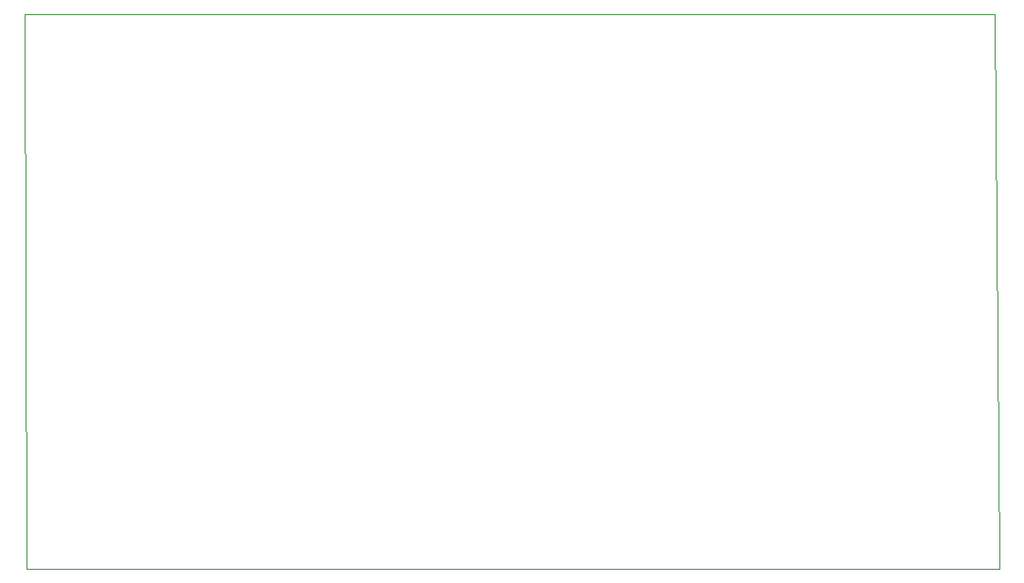
<source format=gbr>
G04 #@! TF.GenerationSoftware,KiCad,Pcbnew,5.1.5-52549c5~84~ubuntu18.04.1*
G04 #@! TF.CreationDate,2019-12-28T22:58:30-05:00*
G04 #@! TF.ProjectId,landfill_board_rev1,6c616e64-6669-46c6-9c5f-626f6172645f,rev?*
G04 #@! TF.SameCoordinates,Original*
G04 #@! TF.FileFunction,Profile,NP*
%FSLAX46Y46*%
G04 Gerber Fmt 4.6, Leading zero omitted, Abs format (unit mm)*
G04 Created by KiCad (PCBNEW 5.1.5-52549c5~84~ubuntu18.04.1) date 2019-12-28 22:58:30*
%MOMM*%
%LPD*%
G04 APERTURE LIST*
%ADD10C,0.100000*%
G04 APERTURE END LIST*
D10*
X191973200Y-62992000D02*
X192455800Y-112547400D01*
X105257600Y-62992000D02*
X191973200Y-62992000D01*
X105359200Y-112674400D02*
X105257600Y-62992000D01*
X192455800Y-112674400D02*
X105359200Y-112674400D01*
X192455800Y-112547400D02*
X192455800Y-112674400D01*
M02*

</source>
